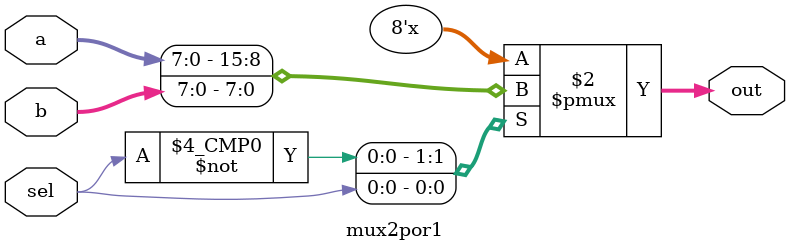
<source format=v>
module mux2por1(
  input sel,
  input [7:0] a,
  input [7:0] b,
  output reg [7:0] out
);

  always @ (sel, a, b)
    case (sel)
      1'b0: out = a;
      1'b1: out = b;
      default: out = 8'hzz; // Valor indefinido padrão
    endcase
  
endmodule


</source>
